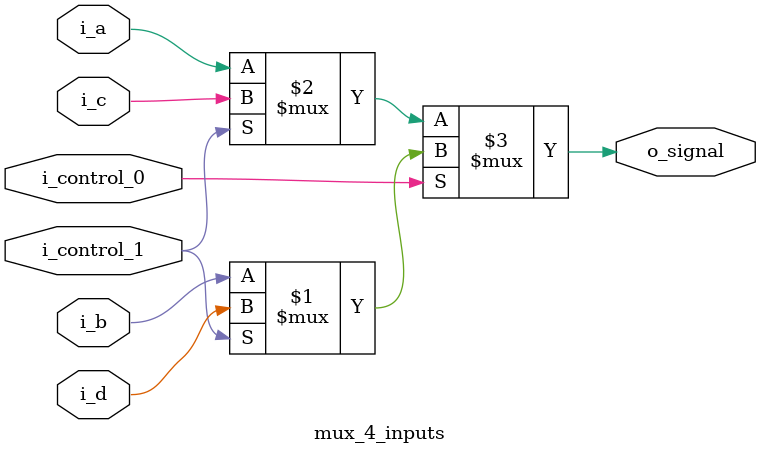
<source format=v>
module mux_4_inputs (
    input i_a,
    input i_b,
    input i_c,
    input i_d,
    input i_control_0,
    input i_control_1,
    output o_signal
);

assign o_signal = i_control_0 ? (i_control_1 ? i_d:i_b) : (i_control_1 ? i_c:i_a);
endmodule
</source>
